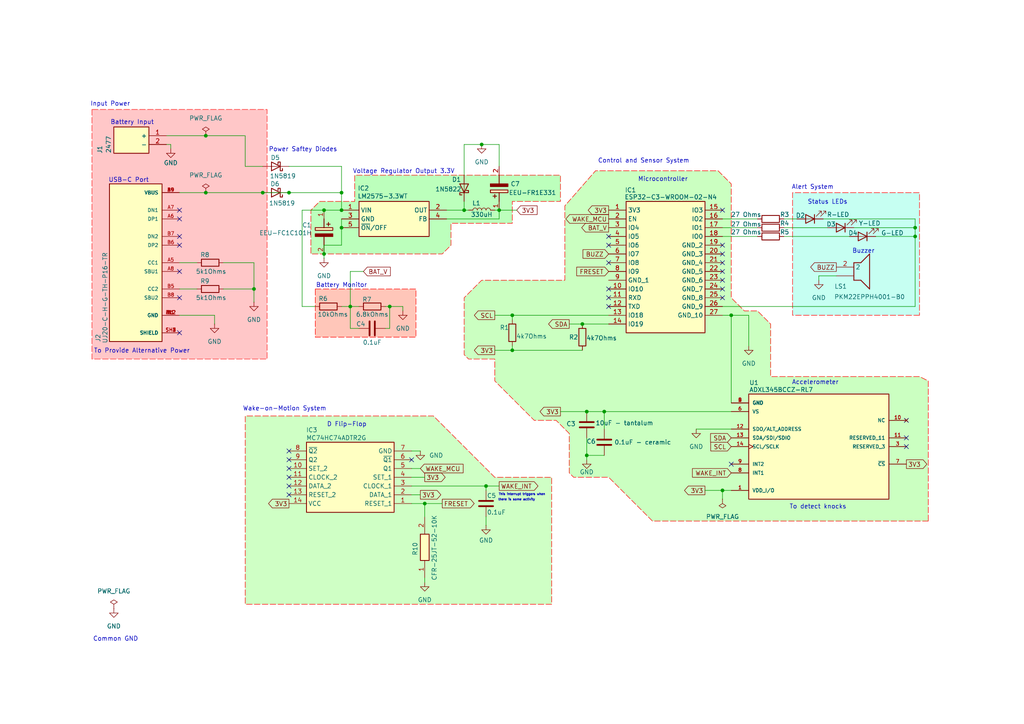
<source format=kicad_sch>
(kicad_sch (version 20250114) (generator "eeschema") (generator_version "9.0")
  (paper "A4")
  (title_block (title "KnockLockSchematic") (date "2025-10-25") (rev "1.1") (company "HSRW") (comment 1 "Group 04"))
  (lib_symbols
    (symbol "ADXL345BCCZ-RL7:ADXL345BCCZ-RL7" (pin_names (offset 1.016))
      (property "Reference" "U1" (at 0 -20.32 0))
      (property "Value" "ADXL345BCCZ-RL7" (at 0 -17.78 0))
      (symbol "ADXL345BCCZ-RL7_0_0"
        (rectangle (start -20.32 15.24) (end 20.32 -15.24) (stroke (width 0.254)) (fill (type background)))
        (pin input line (at -25.4 5.08 0) (length 5.08) (name "~{CS}") (number "7"))
        (pin passive line (at -25.4 0 0) (length 5.08) (name "RESERVED_3") (number "3"))
        (pin passive line (at -25.4 -2.54 0) (length 5.08) (name "RESERVED_11") (number "11"))
        (pin no_connect line (at -25.4 -7.62 0) (length 5.08) (name "NC") (number "10"))
        (pin power_in line (at 25.4 12.7 180) (length 5.08) (name "VDD_I/O") (number "1"))
        (pin output line (at 25.4 7.62 180) (length 5.08) (name "INT1") (number "8"))
        (pin output line (at 25.4 5.08 180) (length 5.08) (name "INT2") (number "9"))
        (pin bidirectional clock (at 25.4 0 180) (length 5.08) (name "SCL/SCLK") (number "14"))
        (pin bidirectional line (at 25.4 -2.54 180) (length 5.08) (name "SDA/SDI/SDIO") (number "13"))
        (pin bidirectional line (at 25.4 -5.08 180) (length 5.08) (name "SDO/ALT_ADDRESS") (number "12"))
        (pin power_in line (at 25.4 -10.16 180) (length 5.08) (name "VS") (number "6"))
        (pin power_in line (at 25.4 -12.7 180) (length 5.08) (name "GND") (number "2"))
        (pin power_in line (at 25.4 -12.7 180) (length 5.08) (name "GND") (number "4"))
        (pin power_in line (at 25.4 -12.7 180) (length 5.08) (name "GND") (number "5"))
      )
    )
    (symbol "Device:C" (pin_numbers (hide yes)) (pin_names (offset 0.254))
      (property "Reference" "C" (at 0.635 2.54 0))
      (property "Value" "C" (at 0.635 -2.54 0))
      (symbol "C_0_1"
        (polyline (pts (xy -2.032 0.762) (xy 2.032 0.762)) (stroke (width 0.508)))
        (polyline (pts (xy -2.032 -0.762) (xy 2.032 -0.762)) (stroke (width 0.508)))
      )
      (symbol "C_1_1"
        (pin passive line (at 0 3.81 270) (length 2.794) (name "~") (number "1"))
        (pin passive line (at 0 -3.81 90) (length 2.794) (name "~") (number "2"))
      )
    )
    (symbol "Device:L" (pin_numbers (hide yes)) (pin_names (offset 1.016) (hide yes))
      (property "Reference" "L" (at -1.27 0 90))
      (property "Value" "L" (at 1.905 0 90))
      (symbol "L_0_1"
        (arc (start 0 2.54) (mid 0.6323 1.905) (end 0 1.27))
        (arc (start 0 1.27) (mid 0.6323 0.635) (end 0 0))
        (arc (start 0 0) (mid 0.6323 -0.635) (end 0 -1.27))
        (arc (start 0 -1.27) (mid 0.6323 -1.905) (end 0 -2.54))
      )
      (symbol "L_1_1"
        (pin passive line (at 0 3.81 270) (length 1.27) (name "1") (number "1"))
        (pin passive line (at 0 -3.81 90) (length 1.27) (name "2") (number "2"))
      )
    )
    (symbol "Device:LED" (pin_numbers (hide yes)) (pin_names (offset 1.016) (hide yes))
      (property "Reference" "D" (at 0 2.54 0))
      (property "Value" "LED" (at 0 -2.54 0))
      (symbol "LED_0_1"
        (polyline (pts (xy -3.048 -0.762) (xy -4.572 -2.286) (xy -3.81 -2.286) (xy -4.572 -2.286) (xy -4.572 -1.524)))
        (polyline (pts (xy -1.778 -0.762) (xy -3.302 -2.286) (xy -2.54 -2.286) (xy -3.302 -2.286) (xy -3.302 -1.524)))
        (polyline (pts (xy -1.27 0) (xy 1.27 0)))
        (polyline (pts (xy -1.27 -1.27) (xy -1.27 1.27)) (stroke (width 0.254)))
        (polyline (pts (xy 1.27 -1.27) (xy 1.27 1.27) (xy -1.27 0) (xy 1.27 -1.27)) (stroke (width 0.254)))
      )
      (symbol "LED_1_1"
        (pin passive line (at -3.81 0 0) (length 2.54) (name "K") (number "1"))
        (pin passive line (at 3.81 0 180) (length 2.54) (name "A") (number "2"))
      )
    )
    (symbol "Device:R" (pin_numbers (hide yes)) (pin_names (offset 0))
      (property "Reference" "R" (at 2.032 0 90))
      (property "Value" "R" (at 0 0 90))
      (symbol "R_0_1"
        (rectangle (start -1.016 -2.54) (end 1.016 2.54) (stroke (width 0.254)))
      )
      (symbol "R_1_1"
        (pin passive line (at 0 3.81 270) (length 1.27) (name "~") (number "1"))
        (pin passive line (at 0 -3.81 90) (length 1.27) (name "~") (number "2"))
      )
    )
    (symbol "Diode:1N5819" (pin_numbers (hide yes)) (pin_names (offset 1.016) (hide yes))
      (property "Reference" "D" (at 0 2.54 0))
      (property "Value" "1N5819" (at 0 -2.54 0))
      (symbol "1N5819_0_1"
        (polyline (pts (xy -1.905 0.635) (xy -1.905 1.27) (xy -1.27 1.27) (xy -1.27 -1.27) (xy -0.635 -1.27) (xy -0.635 -0.635)) (stroke (width 0.254)))
        (polyline (pts (xy 1.27 1.27) (xy 1.27 -1.27) (xy -1.27 0) (xy 1.27 1.27)) (stroke (width 0.254)))
        (polyline (pts (xy 1.27 0) (xy -1.27 0)))
      )
      (symbol "1N5819_1_1"
        (pin passive line (at -3.81 0 0) (length 2.54) (name "K") (number "1"))
        (pin passive line (at 3.81 0 180) (length 2.54) (name "A") (number "2"))
      )
    )
    (symbol "Diode:1N5822" (pin_numbers (hide yes)) (pin_names (offset 1.016) (hide yes))
      (property "Reference" "D" (at 0 2.54 0))
      (property "Value" "1N5822" (at 0 -2.54 0))
      (symbol "1N5822_0_1"
        (polyline (pts (xy -1.905 0.635) (xy -1.905 1.27) (xy -1.27 1.27) (xy -1.27 -1.27) (xy -0.635 -1.27) (xy -0.635 -0.635)) (stroke (width 0.254)))
        (polyline (pts (xy 1.27 1.27) (xy 1.27 -1.27) (xy -1.27 0) (xy 1.27 1.27)) (stroke (width 0.254)))
        (polyline (pts (xy 1.27 0) (xy -1.27 0)))
      )
      (symbol "1N5822_1_1"
        (pin passive line (at -3.81 0 0) (length 2.54) (name "K") (number "1"))
        (pin passive line (at 3.81 0 180) (length 2.54) (name "A") (number "2"))
      )
    )
    (symbol "SamacSys_Parts:2477"
      (property "Reference" "J" (at 16.51 7.62 0))
      (property "Value" "2477" (at 16.51 5.08 0))
      (symbol "2477_1_1"
        (rectangle (start 5.08 2.54) (end 15.24 -5.08) (stroke (width 0.254)) (fill (type background)))
        (pin passive line (at 0 0 0) (length 5.08) (name "-") (number "2"))
        (pin passive line (at 0 -2.54 0) (length 5.08) (name "+") (number "1"))
      )
    )
    (symbol "SamacSys_Parts:CFR-25JT-52-10K" (pin_names (hide yes))
      (property "Reference" "R" (at 13.97 6.35 0))
      (property "Value" "CFR-25JT-52-10K" (at 13.97 3.81 0))
      (symbol "CFR-25JT-52-10K_1_1"
        (rectangle (start 5.08 1.27) (end 12.7 -1.27) (stroke (width 0.254)) (fill (type background)))
        (pin passive line (at 0 0 0) (length 5.08) (name "1") (number "1"))
        (pin passive line (at 17.78 0 180) (length 5.08) (name "2") (number "2"))
      )
    )
    (symbol "SamacSys_Parts:EEU-FC1C101H" (pin_names (hide yes))
      (property "Reference" "C" (at 8.89 6.35 0))
      (property "Value" "EEU-FC1C101H" (at 8.89 3.81 0))
      (symbol "EEU-FC1C101H_1_1"
        (polyline (pts (xy 2.54 0) (xy 5.08 0)) (stroke (width 0.254)))
        (polyline (pts (xy 4.064 1.778) (xy 4.064 0.762)) (stroke (width 0.254)))
        (polyline (pts (xy 4.572 1.27) (xy 3.556 1.27)) (stroke (width 0.254)))
        (rectangle (start 5.08 2.54) (end 5.842 -2.54) (stroke (width 0.254)) (fill (type background)))
        (polyline (pts (xy 7.62 2.54) (xy 7.62 -2.54) (xy 6.858 -2.54) (xy 6.858 2.54) (xy 7.62 2.54)) (stroke (width 0.254)) (fill (type outline)))
        (polyline (pts (xy 7.62 0) (xy 10.16 0)) (stroke (width 0.254)))
        (pin passive line (at 0 0 0) (length 2.54) (name "+") (number "1"))
        (pin passive line (at 12.7 0 180) (length 2.54) (name "-") (number "2"))
      )
    )
    (symbol "SamacSys_Parts:EEU-FR1E331" (pin_names (hide yes))
      (property "Reference" "C" (at 8.89 6.35 0))
      (property "Value" "EEU-FR1E331" (at 8.89 3.81 0))
      (symbol "EEU-FR1E331_1_1"
        (polyline (pts (xy 2.54 0) (xy 5.08 0)) (stroke (width 0.254)))
        (polyline (pts (xy 4.064 1.778) (xy 4.064 0.762)) (stroke (width 0.254)))
        (polyline (pts (xy 4.572 1.27) (xy 3.556 1.27)) (stroke (width 0.254)))
        (rectangle (start 5.08 2.54) (end 5.842 -2.54) (stroke (width 0.254)) (fill (type background)))
        (polyline (pts (xy 7.62 2.54) (xy 7.62 -2.54) (xy 6.858 -2.54) (xy 6.858 2.54) (xy 7.62 2.54)) (stroke (width 0.254)) (fill (type outline)))
        (polyline (pts (xy 7.62 0) (xy 10.16 0)) (stroke (width 0.254)))
        (pin passive line (at 0 0 0) (length 2.54) (name "+") (number "1"))
        (pin passive line (at 12.7 0 180) (length 2.54) (name "-") (number "2"))
      )
    )
    (symbol "SamacSys_Parts:ESP32-C3-WROOM-02-N4"
      (property "Reference" "IC" (at 29.21 7.62 0))
      (property "Value" "ESP32-C3-WROOM-02-N4" (at 29.21 5.08 0))
      (symbol "ESP32-C3-WROOM-02-N4_1_1"
        (rectangle (start 5.08 2.54) (end 27.94 -35.56) (stroke (width 0.254)) (fill (type background)))
        (pin passive line (at 0 0 0) (length 5.08) (name "3V3") (number "1"))
        (pin passive line (at 0 -2.54 0) (length 5.08) (name "EN") (number "2"))
        (pin passive line (at 0 -5.08 0) (length 5.08) (name "IO4") (number "3"))
        (pin passive line (at 0 -7.62 0) (length 5.08) (name "IO5") (number "4"))
        (pin passive line (at 0 -10.16 0) (length 5.08) (name "IO6") (number "5"))
        (pin passive line (at 0 -12.7 0) (length 5.08) (name "IO7") (number "6"))
        (pin passive line (at 0 -15.24 0) (length 5.08) (name "IO8") (number "7"))
        (pin passive line (at 0 -17.78 0) (length 5.08) (name "IO9") (number "8"))
        (pin passive line (at 0 -20.32 0) (length 5.08) (name "GND_1") (number "9"))
        (pin passive line (at 0 -22.86 0) (length 5.08) (name "IO10") (number "10"))
        (pin passive line (at 0 -25.4 0) (length 5.08) (name "RXD") (number "11"))
        (pin passive line (at 0 -27.94 0) (length 5.08) (name "TXD") (number "12"))
        (pin passive line (at 0 -30.48 0) (length 5.08) (name "IO18") (number "13"))
        (pin passive line (at 0 -33.02 0) (length 5.08) (name "IO19") (number "14"))
        (pin passive line (at 33.02 0 180) (length 5.08) (name "IO3") (number "15"))
        (pin passive line (at 33.02 -2.54 180) (length 5.08) (name "IO2") (number "16"))
        (pin passive line (at 33.02 -5.08 180) (length 5.08) (name "IO1") (number "17"))
        (pin passive line (at 33.02 -7.62 180) (length 5.08) (name "IO0") (number "18"))
        (pin passive line (at 33.02 -10.16 180) (length 5.08) (name "GND_2") (number "19"))
        (pin passive line (at 33.02 -12.7 180) (length 5.08) (name "GND_3") (number "20"))
        (pin passive line (at 33.02 -15.24 180) (length 5.08) (name "GND_4") (number "21"))
        (pin passive line (at 33.02 -17.78 180) (length 5.08) (name "GND_5") (number "22"))
        (pin passive line (at 33.02 -20.32 180) (length 5.08) (name "GND_6") (number "23"))
        (pin passive line (at 33.02 -22.86 180) (length 5.08) (name "GND_7") (number "24"))
        (pin passive line (at 33.02 -25.4 180) (length 5.08) (name "GND_8") (number "25"))
        (pin passive line (at 33.02 -27.94 180) (length 5.08) (name "GND_9") (number "26"))
        (pin passive line (at 33.02 -30.48 180) (length 5.08) (name "GND_10") (number "27"))
      )
    )
    (symbol "SamacSys_Parts:LM2575-3.3WT"
      (property "Reference" "IC" (at 26.67 7.62 0))
      (property "Value" "LM2575-3.3WT" (at 26.67 5.08 0))
      (symbol "LM2575-3.3WT_1_1"
        (rectangle (start 5.08 2.54) (end 25.4 -7.62) (stroke (width 0.254)) (fill (type background)))
        (pin passive line (at 0 0 0) (length 5.08) (name "VIN") (number "1"))
        (pin passive line (at 0 -2.54 0) (length 5.08) (name "GND") (number "3"))
        (pin passive line (at 0 -5.08 0) (length 5.08) (name "~{ON}/OFF") (number "5"))
        (pin passive line (at 30.48 0 180) (length 5.08) (name "OUT") (number "2"))
        (pin passive line (at 30.48 -2.54 180) (length 5.08) (name "FB") (number "4"))
      )
    )
    (symbol "SamacSys_Parts:MC74HC74ADTR2G"
      (property "Reference" "IC" (at 31.75 7.62 0))
      (property "Value" "MC74HC74ADTR2G" (at 31.75 5.08 0))
      (symbol "MC74HC74ADTR2G_1_1"
        (rectangle (start 5.08 2.54) (end 30.48 -17.78) (stroke (width 0.254)) (fill (type background)))
        (pin passive line (at 0 0 0) (length 5.08) (name "RESET_1") (number "1"))
        (pin passive line (at 0 -2.54 0) (length 5.08) (name "DATA_1") (number "2"))
        (pin passive line (at 0 -5.08 0) (length 5.08) (name "CLOCK_1") (number "3"))
        (pin passive line (at 0 -7.62 0) (length 5.08) (name "SET_1") (number "4"))
        (pin passive line (at 0 -10.16 0) (length 5.08) (name "Q1") (number "5"))
        (pin passive line (at 0 -12.7 0) (length 5.08) (name "~{Q1}") (number "6"))
        (pin passive line (at 0 -15.24 0) (length 5.08) (name "GND") (number "7"))
        (pin passive line (at 35.56 0 180) (length 5.08) (name "VCC") (number "14"))
        (pin passive line (at 35.56 -2.54 180) (length 5.08) (name "RESET_2") (number "13"))
        (pin passive line (at 35.56 -5.08 180) (length 5.08) (name "DATA_2") (number "12"))
        (pin passive line (at 35.56 -7.62 180) (length 5.08) (name "CLOCK_2") (number "11"))
        (pin passive line (at 35.56 -10.16 180) (length 5.08) (name "SET_2") (number "10"))
        (pin passive line (at 35.56 -12.7 180) (length 5.08) (name "Q2") (number "9"))
        (pin passive line (at 35.56 -15.24 180) (length 5.08) (name "~{Q2}") (number "8"))
      )
    )
    (symbol "SamacSys_Parts:PKM22EPPH4001-B0"
      (property "Reference" "LS" (at 11.43 0 0))
      (property "Value" "PKM22EPPH4001-B0" (at 11.43 -2.54 0))
      (symbol "PKM22EPPH4001-B0_1_1"
        (polyline (pts (xy 5.08 1.27) (xy 5.08 -3.81)) (stroke (width 0.254)))
        (polyline (pts (xy 5.08 1.27) (xy 7.112 1.27)) (stroke (width 0.254)))
        (polyline (pts (xy 7.112 -3.81) (xy 5.08 -3.81)) (stroke (width 0.254)))
        (polyline (pts (xy 7.112 -3.81) (xy 9.652 -6.35)) (stroke (width 0.254)))
        (polyline (pts (xy 9.652 3.81) (xy 7.112 1.27)) (stroke (width 0.254)))
        (polyline (pts (xy 9.652 3.81) (xy 9.652 -6.35)) (stroke (width 0.254)))
        (pin passive line (at 0 0 0) (length 5.08) (name "2") (number "2"))
        (pin passive line (at 0 -2.54 0) (length 5.08) (name "") (number ""))
      )
    )
    (symbol "UJ20-C-H-G-TH-P16-TR:UJ20-C-H-G-TH-P16-TR" (pin_names (offset 1.016))
      (property "Reference" "J" (at -7.62 23.622 0))
      (property "Value" "UJ20-C-H-G-TH-P16-TR" (at -7.62 -23.622 0))
      (symbol "UJ20-C-H-G-TH-P16-TR_0_0"
        (rectangle (start -7.62 -22.86) (end 7.62 22.86) (stroke (width 0.254)) (fill (type background)))
        (pin power_in line (at 12.7 20.32 180) (length 5.08) (name "VBUS") (number "A4"))
        (pin power_in line (at 12.7 20.32 180) (length 5.08) (name "VBUS") (number "A9"))
        (pin power_in line (at 12.7 20.32 180) (length 5.08) (name "VBUS") (number "B4"))
        (pin power_in line (at 12.7 20.32 180) (length 5.08) (name "VBUS") (number "B9"))
        (pin passive line (at 12.7 15.24 180) (length 5.08) (name "DN1") (number "A7"))
        (pin passive line (at 12.7 12.7 180) (length 5.08) (name "DP1") (number "A6"))
        (pin passive line (at 12.7 7.62 180) (length 5.08) (name "DN2") (number "B7"))
        (pin passive line (at 12.7 5.08 180) (length 5.08) (name "DP2") (number "B6"))
        (pin passive line (at 12.7 0 180) (length 5.08) (name "CC1") (number "A5"))
        (pin passive line (at 12.7 -2.54 180) (length 5.08) (name "SBU1") (number "A8"))
        (pin passive line (at 12.7 -7.62 180) (length 5.08) (name "CC2") (number "B5"))
        (pin passive line (at 12.7 -10.16 180) (length 5.08) (name "SBU2") (number "B8"))
        (pin power_in line (at 12.7 -15.24 180) (length 5.08) (name "GND") (number "A1"))
        (pin power_in line (at 12.7 -15.24 180) (length 5.08) (name "GND") (number "A12"))
        (pin power_in line (at 12.7 -15.24 180) (length 5.08) (name "GND") (number "B1"))
        (pin power_in line (at 12.7 -15.24 180) (length 5.08) (name "GND") (number "B12"))
        (pin passive line (at 12.7 -20.32 180) (length 5.08) (name "SHIELD") (number "SH1"))
        (pin passive line (at 12.7 -20.32 180) (length 5.08) (name "SHIELD") (number "SH2"))
        (pin passive line (at 12.7 -20.32 180) (length 5.08) (name "SHIELD") (number "SH3"))
        (pin passive line (at 12.7 -20.32 180) (length 5.08) (name "SHIELD") (number "SH4"))
      )
    )
    (symbol "power:GND" (power) (pin_numbers (hide yes)) (pin_names (offset 0) (hide yes))
      (property "Value" "GND" (at 0 -3.81 0))
      (symbol "GND_0_1"
        (polyline (pts (xy 0 0) (xy 0 -1.27) (xy 1.27 -1.27) (xy 0 -2.54) (xy -1.27 -1.27) (xy 0 -1.27)))
      )
      (symbol "GND_1_1"
        (pin power_in line (at 0 0 270) (length 0) (name "~") (number "1"))
      )
    )
    (symbol "power:PWR_FLAG" (power) (pin_numbers (hide yes)) (pin_names (offset 0) (hide yes))
      (property "Value" "PWR_FLAG" (at 0 3.81 0))
      (symbol "PWR_FLAG_0_0"
        (pin power_out line (at 0 0 90) (length 0) (name "~") (number "1"))
      )
      (symbol "PWR_FLAG_0_1"
        (polyline (pts (xy 0 0) (xy 0 1.27) (xy -1.016 1.905) (xy 0 2.54) (xy 1.016 1.905) (xy 0 1.27)))
      )
    )
  )
  (text "D Flip-Flop\n" (at 100.584 123.19 0) (effects (font (size 1.27 1.27))))
  (text "Voltage Regulator Output 3.3V" (at 117.094 49.784 0) (effects (font (size 1.27 1.27))))
  (text "Power Saftey Diodes" (at 87.884 43.434 0) (effects (font (size 1.27 1.27))))
  (text "there is some activity" (at 149.86 145.034 0) (effects (font (size 0.635 0.635))))
  (text "Battery Input" (at 38.354 35.56 0) (effects (font (size 1.27 1.27))))
  (text "This interrupt triggers when" (at 151.384 143.51 0) (effects (font (size 0.635 0.635))))
  (text "Control and Sensor System" (at 186.69 46.736 0) (effects (font (size 1.27 1.27))))
  (text "To detect knocks" (at 237.236 147.066 0) (effects (font (size 1.27 1.27))))
  (text "Common GND" (at 33.528 185.42 0) (effects (font (size 1.27 1.27))))
  (text "Wake-on-Motion System" (at 82.55 118.618 0) (effects (font (size 1.27 1.27))))
  (text "Buzzer\n" (at 250.444 72.898 0) (effects (font (size 1.27 1.27))))
  (text "Alert System" (at 235.712 54.356 0) (effects (font (size 1.27 1.27))))
  (text "Input Power" (at 32.004 30.226 0) (effects (font (size 1.27 1.27))))
  (text "Microcontroller" (at 192.278 52.07 0) (effects (font (size 1.27 1.27))))
  (text "Accelerometer" (at 236.474 110.998 0) (effects (font (size 1.27 1.27))))
  (text "Battery Monitor" (at 99.06 82.804 0) (effects (font (size 1.27 1.27))))
  (text "Status LEDs" (at 240.03 58.674 0) (effects (font (size 1.27 1.27))))
  (text "To Provide Alternative Power" (at 41.148 101.854 0) (effects (font (size 1.27 1.27))))
  (text "USB-C Port" (at 37.338 52.324 0) (effects (font (size 1.27 1.27))))
  (junction (at 265.43 66.04))
  (junction (at 73.66 83.82))
  (junction (at 175.26 119.38))
  (junction (at 265.43 68.58))
  (junction (at 139.7 41.91))
  (junction (at 140.97 140.97))
  (junction (at 209.55 142.24))
  (junction (at 93.98 60.96))
  (junction (at 123.19 146.05))
  (junction (at 170.18 132.08))
  (junction (at 113.03 88.9))
  (junction (at 168.91 93.98))
  (junction (at 99.06 55.88))
  (junction (at 99.06 60.96))
  (junction (at 101.6 88.9))
  (junction (at 59.69 39.37))
  (junction (at 93.98 73.66))
  (junction (at 83.82 55.88))
  (junction (at 144.78 60.96))
  (junction (at 170.18 119.38))
  (junction (at 134.62 60.96))
  (junction (at 76.2 55.88))
  (junction (at 59.69 55.88))
  (junction (at 99.06 66.04))
  (junction (at 212.09 91.44))
  (junction (at 148.59 91.44))
  (junction (at 148.59 101.6))
  (no_connect (at 176.53 88.9))
  (no_connect (at 176.53 76.2))
  (no_connect (at 176.53 86.36))
  (no_connect (at 83.82 138.43))
  (no_connect (at 52.07 71.12))
  (no_connect (at 209.55 71.12))
  (no_connect (at 176.53 71.12))
  (no_connect (at 52.07 86.36))
  (no_connect (at 209.55 83.82))
  (no_connect (at 52.07 60.96))
  (no_connect (at 262.89 127))
  (no_connect (at 176.53 68.58))
  (no_connect (at 52.07 96.52))
  (no_connect (at 176.53 83.82))
  (no_connect (at 209.55 76.2))
  (no_connect (at 52.07 63.5))
  (no_connect (at 209.55 60.96))
  (no_connect (at 209.55 86.36))
  (no_connect (at 262.89 121.92))
  (no_connect (at 209.55 78.74))
  (no_connect (at 83.82 130.81))
  (no_connect (at 209.55 73.66))
  (no_connect (at 52.07 68.58))
  (no_connect (at 209.55 81.28))
  (no_connect (at 83.82 135.89))
  (no_connect (at 83.82 140.97))
  (no_connect (at 52.07 78.74))
  (no_connect (at 212.09 134.62))
  (no_connect (at 262.89 129.54))
  (no_connect (at 83.82 143.51))
  (no_connect (at 83.82 133.35))
  (no_connect (at 119.38 133.35))
  (wire (pts (xy 52.07 76.2) (xy 57.15 76.2)))
  (wire (pts (xy 227.33 63.5) (xy 231.14 63.5)))
  (wire (pts (xy 49.53 41.91) (xy 49.53 43.18)))
  (wire (pts (xy 73.66 76.2) (xy 73.66 83.82)))
  (wire (pts (xy 119.38 135.89) (xy 121.92 135.89)))
  (wire (pts (xy 99.06 71.12) (xy 99.06 66.04)))
  (wire (pts (xy 111.76 95.25) (xy 113.03 95.25)))
  (wire (pts (xy 73.66 83.82) (xy 64.77 83.82)))
  (wire (pts (xy 134.62 41.91) (xy 139.7 41.91)))
  (wire (pts (xy 83.82 48.26) (xy 99.06 48.26)))
  (wire (pts (xy 143.51 91.44) (xy 148.59 91.44)))
  (wire (pts (xy 52.07 91.44) (xy 62.23 91.44)))
  (wire (pts (xy 175.26 132.08) (xy 170.18 132.08)))
  (wire (pts (xy 140.97 152.4) (xy 140.97 149.86)))
  (wire (pts (xy 99.06 60.96) (xy 93.98 60.96)))
  (wire (pts (xy 209.55 68.58) (xy 219.71 68.58)))
  (wire (pts (xy 148.59 100.33) (xy 148.59 101.6)))
  (wire (pts (xy 76.2 55.88) (xy 83.82 55.88)))
  (wire (pts (xy 71.12 48.26) (xy 76.2 48.26)))
  (wire (pts (xy 165.1 93.98) (xy 168.91 93.98)))
  (wire (pts (xy 99.06 71.12) (xy 93.98 71.12)))
  (wire (pts (xy 119.38 146.05) (xy 123.19 146.05)))
  (wire (pts (xy 144.78 60.96) (xy 144.78 63.5)))
  (wire (pts (xy 87.63 60.96) (xy 93.98 60.96)))
  (wire (pts (xy 140.97 140.97) (xy 140.97 142.24)))
  (wire (pts (xy 170.18 133.35) (xy 170.18 132.08)))
  (wire (pts (xy 148.59 92.71) (xy 148.59 91.44)))
  (wire (pts (xy 64.77 76.2) (xy 73.66 76.2)))
  (wire (pts (xy 254 68.58) (xy 265.43 68.58)))
  (wire (pts (xy 129.54 63.5) (xy 144.78 63.5)))
  (wire (pts (xy 170.18 119.38) (xy 175.26 119.38)))
  (wire (pts (xy 217.17 91.44) (xy 217.17 100.33)))
  (wire (pts (xy 52.07 83.82) (xy 57.15 83.82)))
  (wire (pts (xy 111.76 88.9) (xy 113.03 88.9)))
  (wire (pts (xy 99.06 48.26) (xy 99.06 55.88)))
  (wire (pts (xy 168.91 93.98) (xy 176.53 93.98)))
  (wire (pts (xy 144.78 60.96) (xy 149.86 60.96)))
  (wire (pts (xy 148.59 101.6) (xy 143.51 101.6)))
  (wire (pts (xy 134.62 58.42) (xy 134.62 60.96)))
  (wire (pts (xy 238.76 63.5) (xy 265.43 63.5)))
  (wire (pts (xy 148.59 91.44) (xy 176.53 91.44)))
  (wire (pts (xy 105.41 78.74) (xy 101.6 78.74)))
  (wire (pts (xy 175.26 124.46) (xy 175.26 119.38)))
  (wire (pts (xy 59.69 55.88) (xy 76.2 55.88)))
  (wire (pts (xy 134.62 41.91) (xy 134.62 50.8)))
  (wire (pts (xy 209.55 142.24) (xy 212.09 142.24)))
  (wire (pts (xy 99.06 88.9) (xy 101.6 88.9)))
  (wire (pts (xy 123.19 138.43) (xy 119.38 138.43)))
  (wire (pts (xy 71.12 39.37) (xy 71.12 48.26)))
  (wire (pts (xy 93.98 71.12) (xy 93.98 73.66)))
  (wire (pts (xy 139.7 41.91) (xy 144.78 41.91)))
  (wire (pts (xy 204.47 142.24) (xy 209.55 142.24)))
  (wire (pts (xy 73.66 87.63) (xy 73.66 83.82)))
  (wire (pts (xy 119.38 143.51) (xy 121.92 143.51)))
  (wire (pts (xy 119.38 140.97) (xy 140.97 140.97)))
  (wire (pts (xy 135.89 60.96) (xy 134.62 60.96)))
  (wire (pts (xy 101.6 78.74) (xy 101.6 88.9)))
  (wire (pts (xy 101.6 95.25) (xy 101.6 88.9)))
  (wire (pts (xy 87.63 88.9) (xy 91.44 88.9)))
  (wire (pts (xy 101.6 88.9) (xy 104.14 88.9)))
  (wire (pts (xy 116.84 88.9) (xy 116.84 90.17)))
  (wire (pts (xy 247.65 66.04) (xy 265.43 66.04)))
  (wire (pts (xy 87.63 60.96) (xy 87.63 88.9)))
  (wire (pts (xy 123.19 167.64) (xy 123.19 168.91)))
  (wire (pts (xy 144.78 41.91) (xy 144.78 48.26)))
  (wire (pts (xy 104.14 95.25) (xy 101.6 95.25)))
  (wire (pts (xy 209.55 88.9) (xy 265.43 88.9)))
  (wire (pts (xy 265.43 66.04) (xy 265.43 68.58)))
  (wire (pts (xy 93.98 73.66) (xy 93.98 74.93)))
  (wire (pts (xy 123.19 146.05) (xy 128.27 146.05)))
  (wire (pts (xy 113.03 88.9) (xy 116.84 88.9)))
  (wire (pts (xy 242.57 80.01) (xy 237.49 80.01)))
  (wire (pts (xy 83.82 55.88) (xy 99.06 55.88)))
  (wire (pts (xy 175.26 119.38) (xy 212.09 119.38)))
  (wire (pts (xy 148.59 101.6) (xy 168.91 101.6)))
  (wire (pts (xy 113.03 95.25) (xy 113.03 88.9)))
  (wire (pts (xy 217.17 91.44) (xy 212.09 91.44)))
  (wire (pts (xy 62.23 91.44) (xy 62.23 93.98)))
  (wire (pts (xy 144.78 60.96) (xy 143.51 60.96)))
  (wire (pts (xy 201.93 124.46) (xy 212.09 124.46)))
  (wire (pts (xy 209.55 63.5) (xy 219.71 63.5)))
  (wire (pts (xy 49.53 41.91) (xy 48.26 41.91)))
  (wire (pts (xy 99.06 55.88) (xy 99.06 60.96)))
  (wire (pts (xy 227.33 66.04) (xy 240.03 66.04)))
  (wire (pts (xy 237.49 80.01) (xy 237.49 81.28)))
  (wire (pts (xy 265.43 68.58) (xy 265.43 88.9)))
  (wire (pts (xy 59.69 39.37) (xy 71.12 39.37)))
  (wire (pts (xy 121.92 130.81) (xy 119.38 130.81)))
  (wire (pts (xy 170.18 127) (xy 170.18 132.08)))
  (wire (pts (xy 99.06 63.5) (xy 99.06 66.04)))
  (wire (pts (xy 59.69 55.88) (xy 52.07 55.88)))
  (wire (pts (xy 140.97 140.97) (xy 144.78 140.97)))
  (wire (pts (xy 212.09 91.44) (xy 212.09 116.84)))
  (wire (pts (xy 209.55 142.24) (xy 209.55 144.78)))
  (wire (pts (xy 129.54 60.96) (xy 134.62 60.96)))
  (wire (pts (xy 209.55 66.04) (xy 219.71 66.04)))
  (wire (pts (xy 265.43 63.5) (xy 265.43 66.04)))
  (wire (pts (xy 123.19 149.86) (xy 123.19 146.05)))
  (wire (pts (xy 162.56 119.38) (xy 170.18 119.38)))
  (wire (pts (xy 209.55 91.44) (xy 212.09 91.44)))
  (wire (pts (xy 227.33 68.58) (xy 246.38 68.58)))
  (wire (pts (xy 48.26 39.37) (xy 59.69 39.37)))
  (global_label "WAKE_MCU" (shape input) (at 121.92 135.89 0) (property "Intersheetrefs" "${INTERSHEET_REFS}" (effects (hide yes))))
  (global_label "3V3" (shape input) (at 149.86 60.96 0) (property "Intersheetrefs" "${INTERSHEET_REFS}" (effects (hide yes))))
  (global_label "3V3" (shape output) (at 143.51 101.6 180) (property "Intersheetrefs" "${INTERSHEET_REFS}" (effects (hide yes))))
  (global_label "BAT_V" (shape output) (at 176.53 66.04 180) (property "Intersheetrefs" "${INTERSHEET_REFS}" (effects (hide yes))))
  (global_label "3V3" (shape output) (at 83.82 146.05 180) (property "Intersheetrefs" "${INTERSHEET_REFS}" (effects (hide yes))))
  (global_label "SCL" (shape input) (at 212.09 129.54 180) (property "Intersheetrefs" "${INTERSHEET_REFS}" (effects (hide yes))))
  (global_label "WAKE_INT" (shape input) (at 212.09 137.16 180) (property "Intersheetrefs" "${INTERSHEET_REFS}" (effects (hide yes))))
  (global_label "3V3" (shape output) (at 121.92 143.51 0) (property "Intersheetrefs" "${INTERSHEET_REFS}" (effects (hide yes))))
  (global_label "WAKE_INT" (shape output) (at 144.78 140.97 0) (property "Intersheetrefs" "${INTERSHEET_REFS}" (effects (hide yes))))
  (global_label "SDA" (shape output) (at 165.1 93.98 180) (property "Intersheetrefs" "${INTERSHEET_REFS}" (effects (hide yes))))
  (global_label "3V3" (shape output) (at 204.47 142.24 180) (property "Intersheetrefs" "${INTERSHEET_REFS}" (effects (hide yes))))
  (global_label "FRESET" (shape input) (at 176.53 78.74 180) (property "Intersheetrefs" "${INTERSHEET_REFS}" (effects (hide yes))))
  (global_label "FRESET" (shape output) (at 128.27 146.05 0) (property "Intersheetrefs" "${INTERSHEET_REFS}" (effects (hide yes))))
  (global_label "3V3" (shape output) (at 262.89 134.62 0) (property "Intersheetrefs" "${INTERSHEET_REFS}" (effects (hide yes))))
  (global_label "3V3" (shape output) (at 162.56 119.38 180) (property "Intersheetrefs" "${INTERSHEET_REFS}" (effects (hide yes))))
  (global_label "3V3" (shape output) (at 123.19 138.43 0) (property "Intersheetrefs" "${INTERSHEET_REFS}" (effects (hide yes))))
  (global_label "3V3" (shape output) (at 176.53 60.96 180) (property "Intersheetrefs" "${INTERSHEET_REFS}" (effects (hide yes))))
  (global_label "SDA" (shape input) (at 212.09 127 180) (property "Intersheetrefs" "${INTERSHEET_REFS}" (effects (hide yes))))
  (global_label "BUZZ" (shape output) (at 242.57 77.47 180) (property "Intersheetrefs" "${INTERSHEET_REFS}" (effects (hide yes))))
  (global_label "BAT_V" (shape input) (at 105.41 78.74 0) (property "Intersheetrefs" "${INTERSHEET_REFS}" (effects (hide yes))))
  (global_label "WAKE_MCU" (shape output) (at 176.53 63.5 180) (property "Intersheetrefs" "${INTERSHEET_REFS}" (effects (hide yes))))
  (global_label "SCL" (shape output) (at 143.51 91.44 180) (property "Intersheetrefs" "${INTERSHEET_REFS}" (effects (hide yes))))
  (global_label "BUZZ" (shape input) (at 176.53 73.66 180) (property "Intersheetrefs" "${INTERSHEET_REFS}" (effects (hide yes))))
  (rule_area (polyline (pts (xy 26.67 31.75) (xy 26.67 104.14) (xy 77.47 104.14) (xy 77.47 31.75)) (stroke (width 0) (type dash) (color 255 29 29 1)) (fill (type color) (color 255 68 70 0.3))))
  (rule_area (polyline (pts (xy 160.02 175.26) (xy 71.12 175.26) (xy 71.12 120.65) (xy 125.73 120.65) (xy 143.51 138.43) (xy 160.02 138.43)) (stroke (width 0) (type dash)) (fill (type color) (color 95 255 61 0.3))))
  (rule_area (polyline (pts (xy 91.44 83.82) (xy 120.65 83.82) (xy 120.65 97.79) (xy 91.44 97.79)) (stroke (width 0) (type dash)) (fill (type color) (color 255 65 21 0.3))))
  (rule_area (polyline (pts (xy 269.24 151.13) (xy 189.23 151.13) (xy 176.53 138.43) (xy 166.37 138.43) (xy 165.1 137.16) (xy 165.1 125.73) (xy 161.29 121.92) (xy 154.94 121.92) (xy 143.51 110.49) (xy 143.51 104.14) (xy 135.89 104.14) (xy 134.62 102.87) (xy 134.62 86.36) (xy 139.7 81.28) (xy 163.83 81.28) (xy 163.83 60.96) (xy 163.83 59.69) (xy 172.72 49.53) (xy 208.28 49.53) (xy 212.09 53.34) (xy 212.09 86.36) (xy 215.9 90.17) (xy 219.71 90.17) (xy 223.52 93.98) (xy 223.52 109.22) (xy 265.43 109.22) (xy 266.7 109.22) (xy 269.24 110.49)) (stroke (width 0) (type dash)) (fill (type color) (color 82 255 48 0.3))))
  (rule_area (polyline (pts (xy 92.71 58.42) (xy 102.87 58.42) (xy 102.87 50.8) (xy 162.56 50.8) (xy 162.56 58.42) (xy 148.59 58.42) (xy 148.59 64.77) (xy 130.81 64.77) (xy 130.81 71.12) (xy 128.27 73.66) (xy 90.17 73.66) (xy 90.17 60.96)) (stroke (width 0) (type dash)) (fill (type color) (color 32 255 32 0.3))))
  (rule_area (polyline (pts (xy 266.7 91.44) (xy 229.87 91.44) (xy 229.87 55.88) (xy 266.7 55.88)) (stroke (width 0) (type dash)) (fill (type color) (color 66 255 212 0.3))))
  (symbol (lib_id "SamacSys_Parts:EEU-FC1C101H") (at 93.98 60.96 270) (unit 1)
    (property "Reference" "C1" (at 87.63 65.278 90) (effects (justify left)))
    (property "Value" "EEU-FC1C101H" (at 75.184 67.564 90) (effects (justify left)))
    (property "Footprint" "SamacSys_Parts:CAPPRD250W55D630H1220" (effects (hide yes)))
    (property "Datasheet" "http://industrial.panasonic.com/cdbs/www-data/pdf/RDF0000/ABA0000C1209.pdf" (effects (hide yes)))
    (property "Description" "Aluminium Electrolytic Capacitor, Radial Lead, AEC-Q200, 105?C" (effects (hide yes)))
    (property "Height" "12.2" (effects (hide yes)))
    (property "Mouser Part Number" "667-EEU-FC1C101H" (effects (hide yes)))
    (property "Mouser Price/Stock" "https://www.mouser.co.uk/ProductDetail/Panasonic/EEU-FC1C101H?qs=%2FC1U95aQ15szP%252BXx0reJVg%3D%3D" (effects (hide yes)))
    (property "Manufacturer_Name" "Panasonic" (effects (hide yes)))
    (property "Manufacturer_Part_Number" "EEU-FC1C101H" (effects (hide yes)))
  )
  (symbol (lib_id "Device:C") (at 175.26 128.27 180) (unit 1)
    (property "Reference" "C6" (at 171.45 128.016 0))
    (property "Value" "0.1uF - ceramic" (at 186.436 128.27 0))
    (property "Description" "Unpolarized capacitor" (effects (hide yes)))
  )
  (symbol (lib_id "SamacSys_Parts:CFR-25JT-52-10K") (at 123.19 167.64 90) (unit 1)
    (property "Reference" "R10" (at 120.396 157.226 0) (effects (justify right)))
    (property "Value" "CFR-25JT-52-10K" (at 125.984 149.352 0) (effects (justify right)))
    (property "Footprint" "SamacSys_Parts:RESAD1590W60L630D240" (effects (hide yes)))
    (property "Datasheet" "https://www.yageo.com/upload/media/product/productsearch/datasheet/lr/YAGEO%20CFR_datasheet_2021v0.pdf" (effects (hide yes)))
    (property "Description" "Carbon Film Resistors - Through Hole 10 kOhms 250 mW 5% -350/ +500 PPM / C" (effects (hide yes)))
    (property "Mouser Part Number" "603-CFR-25JT-52-10K" (effects (hide yes)))
    (property "Mouser Price/Stock" "https://www.mouser.co.uk/ProductDetail/YAGEO/CFR-25JT-52-10K?qs=sxZXDnvRBEh6BTlAYl6hWg%3D%3D" (effects (hide yes)))
    (property "Manufacturer_Name" "YAGEO" (effects (hide yes)))
    (property "Manufacturer_Part_Number" "CFR-25JT-52-10K" (effects (hide yes)))
  )
  (symbol (lib_id "power:GND") (at 123.19 168.91 0) (unit 1)
    (property "Reference" "#PWR010" (effects (hide yes)))
    (property "Value" "GND" (at 123.19 173.99 0))
    (property "Description" "Power symbol creates a global label with name \"GND\" , ground" (effects (hide yes)))
  )
  (symbol (lib_id "Device:R") (at 223.52 68.58 90) (unit 1)
    (property "Reference" "R5" (at 227.584 67.31 90))
    (property "Value" "27 Ohms" (at 216.408 67.31 90))
    (property "Footprint" "SamacSys_Parts:RESAD1590W60L630D240" (effects (hide yes)))
    (property "Description" "Resistor" (effects (hide yes)))
  )
  (symbol (lib_id "SamacSys_Parts:MC74HC74ADTR2G") (at 119.38 146.05 180) (unit 1)
    (property "Reference" "IC3" (at 90.424 124.714 0))
    (property "Value" "MC74HC74ADTR2G" (at 97.536 127 0))
    (property "Footprint" "SamacSys_Parts:SOP65P640X120-14N" (effects (hide yes)))
    (property "Datasheet" "https://www.onsemi.com/pub/Collateral/MC74HC74A-D.PDF" (effects (hide yes)))
    (property "Description" "Operating Voltage Range: 2.0 to 6.0 V; Output Drive Capability: 10 LSTTL Loads; In Compliance with the Requirements Defined by JEDEC Standard No. 7A; High Noise Immunity Characteristic of CMOS Devices; Chip Complexity: 128 FETs or 32 Equivalent Gates; Outputs Directly Interface to CMOS, NMOS, and TTL; Low Input Current: 1.0 mA; Pb-Free Packages are Available" (effects (hide yes)))
    (property "Height" "1.2" (effects (hide yes)))
    (property "Mouser Part Number" "863-MC74HC74ADTR2G" (effects (hide yes)))
    (property "Mouser Price/Stock" "https://www.mouser.co.uk/ProductDetail/onsemi/MC74HC74ADTR2G?qs=qg33o%252B8vzFpElZhsrDIJOg%3D%3D" (effects (hide yes)))
    (property "Manufacturer_Name" "onsemi" (effects (hide yes)))
    (property "Manufacturer_Part_Number" "MC74HC74ADTR2G" (effects (hide yes)))
  )
  (symbol (lib_id "power:GND") (at 116.84 90.17 0) (unit 1)
    (property "Reference" "#PWR07" (effects (hide yes)))
    (property "Value" "GND" (at 116.84 95.25 0))
    (property "Description" "Power symbol creates a global label with name \"GND\" , ground" (effects (hide yes)))
  )
  (symbol (lib_id "Device:LED") (at 234.95 63.5 180) (unit 1)
    (property "Reference" "D2" (at 232.156 62.484 0))
    (property "Value" "R-LED" (at 243.078 62.23 0))
    (property "Description" "Light emitting diode" (effects (hide yes)))
    (property "Sim.Pins" "1=K 2=A" (effects (hide yes)))
  )
  (symbol (lib_id "Device:C") (at 140.97 146.05 0) (unit 1)
    (property "Reference" "C5" (at 141.224 143.764 0) (effects (justify left)))
    (property "Value" "0.1uF" (at 141.224 148.59 0) (effects (justify left)))
    (property "Description" "Unpolarized capacitor" (effects (hide yes)))
  )
  (symbol (lib_id "Device:LED") (at 243.84 66.04 180) (unit 1)
    (property "Reference" "D3" (at 241.046 65.024 0))
    (property "Value" "Y-LED" (at 252.222 64.77 0))
    (property "Description" "Light emitting diode" (effects (hide yes)))
    (property "Sim.Pins" "1=K 2=A" (effects (hide yes)))
  )
  (symbol (lib_id "power:GND") (at 33.02 176.53 0) (unit 1)
    (property "Reference" "#PWR02" (effects (hide yes)))
    (property "Value" "GND" (at 33.02 181.61 0))
    (property "Description" "Power symbol creates a global label with name \"GND\" , ground" (effects (hide yes)))
  )
  (symbol (lib_id "SamacSys_Parts:PKM22EPPH4001-B0") (at 242.57 77.47 0) (unit 1)
    (property "Reference" "LS1" (at 243.84 83.058 0))
    (property "Value" "PKM22EPPH4001-B0" (at 252.222 86.106 0))
    (property "Footprint" "SamacSys_Parts:PKM22EPPH4001B0" (effects (hide yes)))
    (property "Datasheet" "https://www.murata.com/products/productdata/8801054064670/SPEC-PKM22EPPH4001-B0.pdf?1517839211000" (effects (hide yes)))
    (property "Description" "Buzzers Transducer, Externally Driven Piezo 1.5 V 4kHz 75dB @ 1.5V, 10cm Through Hole PC Pins" (effects (hide yes)))
    (property "Height" "10.7" (effects (hide yes)))
    (property "Mouser Part Number" "81-PKM22EPPH4001-B0" (effects (hide yes)))
    (property "Mouser Price/Stock" "https://www.mouser.co.uk/ProductDetail/Murata-Electronics/PKM22EPPH4001-B0?qs=flZjIlU0hx2Fke4m2iZ9MA%3D%3D" (effects (hide yes)))
    (property "Manufacturer_Name" "Murata Electronics" (effects (hide yes)))
    (property "Manufacturer_Part_Number" "PKM22EPPH4001-B0" (effects (hide yes)))
  )
  (symbol (lib_id "Device:C") (at 170.18 123.19 180) (unit 1)
    (property "Reference" "C3" (at 165.608 122.936 0))
    (property "Value" "10uF - tantalum" (at 181.102 122.682 0))
    (property "Description" "Unpolarized capacitor" (effects (hide yes)))
  )
  (symbol (lib_id "power:GND") (at 73.66 87.63 0) (unit 1)
    (property "Reference" "#PWR011" (effects (hide yes)))
    (property "Value" "GND" (at 73.66 92.71 0))
    (property "Description" "Power symbol creates a global label with name \"GND\" , ground" (effects (hide yes)))
  )
  (symbol (lib_id "Diode:1N5819") (at 80.01 55.88 180) (unit 1)
    (property "Reference" "D6" (at 79.756 53.34 0))
    (property "Value" "1N5819" (at 81.788 58.928 0))
    (property "Footprint" "Diode_THT:D_DO-41_SOD81_P10.16mm_Horizontal" (effects (hide yes)))
    (property "Datasheet" "http://www.vishay.com/docs/88525/1n5817.pdf" (effects (hide yes)))
    (property "Description" "40V 1A Schottky Barrier Rectifier Diode, DO-41" (effects (hide yes)))
  )
  (symbol (lib_id "Device:R") (at 95.25 88.9 90) (unit 1)
    (property "Reference" "R6" (at 93.726 86.614 90))
    (property "Value" "10kOhms" (at 96.52 91.186 90))
    (property "Footprint" "SamacSys_Parts:RESAD1590W60L630D240" (effects (hide yes)))
    (property "Description" "Resistor" (effects (hide yes)))
  )
  (symbol (lib_id "Device:R") (at 148.59 96.52 180) (unit 1)
    (property "Reference" "R1" (at 146.304 94.996 0))
    (property "Value" "4k7Ohms" (at 154.178 97.536 0))
    (property "Footprint" "SamacSys_Parts:RESAD1590W60L630D240" (effects (hide yes)))
    (property "Description" "Resistor" (effects (hide yes)))
  )
  (symbol (lib_id "Device:R") (at 107.95 88.9 90) (unit 1)
    (property "Reference" "R7" (at 106.426 86.868 90))
    (property "Value" "6.8kOhms" (at 107.95 91.186 90))
    (property "Footprint" "SamacSys_Parts:RESAD1590W60L630D240" (effects (hide yes)))
    (property "Description" "Resistor" (effects (hide yes)))
  )
  (symbol (lib_id "SamacSys_Parts:LM2575-3.3WT") (at 99.06 60.96 0) (unit 1)
    (property "Reference" "IC2" (at 105.41 54.61 0))
    (property "Value" "LM2575-3.3WT" (at 110.998 56.896 0))
    (property "Footprint" "SamacSys_Parts:LM257533WT" (effects (hide yes)))
    (property "Datasheet" "https://ww1.microchip.com/downloads/en/DeviceDoc/lm2575.pdf" (effects (hide yes)))
    (property "Description" "Switching Voltage Regulators 1A Step-Down SMPS Regulator" (effects (hide yes)))
    (property "Height" "15.113" (effects (hide yes)))
    (property "Mouser Part Number" "998-LM2575-3.3WT" (effects (hide yes)))
    (property "Mouser Price/Stock" "https://www.mouser.co.uk/ProductDetail/Microchip-Technology/LM2575-3.3WT?qs=kh6iOki%2FeLFAZSEMjMNbiQ%3D%3D" (effects (hide yes)))
    (property "Manufacturer_Name" "Microchip" (effects (hide yes)))
    (property "Manufacturer_Part_Number" "LM2575-3.3WT" (effects (hide yes)))
  )
  (symbol (lib_id "SamacSys_Parts:2477") (at 48.26 41.91 180) (unit 1)
    (property "Reference" "J1" (at 28.956 42.164 90) (effects (justify left)))
    (property "Value" "2477" (at 31.496 39.37 90) (effects (justify left)))
    (property "Footprint" "SamacSys_Parts:2477" (effects (hide yes)))
    (property "Datasheet" "https://www.keyelco.com/product-pdf.cfm?p=1039" (effects (hide yes)))
    (property "Description" "Cylindrical Battery Contacts, Clips, Holders & Springs 4AA PLASTIC HOLDER" (effects (hide yes)))
    (property "Height" "17.01" (effects (hide yes)))
    (property "Mouser Part Number" "534-2477" (effects (hide yes)))
    (property "Mouser Price/Stock" "https://www.mouser.co.uk/ProductDetail/Keystone-Electronics/2477?qs=Q3RoVmURDolEbXnNenQutg%3D%3D" (effects (hide yes)))
    (property "Manufacturer_Name" "Keystone Electronics" (effects (hide yes)))
    (property "Manufacturer_Part_Number" "2477" (effects (hide yes)))
  )
  (symbol (lib_id "power:GND") (at 217.17 100.33 0) (unit 1)
    (property "Reference" "#PWR014" (effects (hide yes)))
    (property "Value" "GND" (at 217.17 105.41 0))
    (property "Description" "Power symbol creates a global label with name \"GND\" , ground" (effects (hide yes)))
  )
  (symbol (lib_id "power:GND") (at 49.53 43.18 0) (unit 1)
    (property "Reference" "#PWR01" (effects (hide yes)))
    (property "Value" "GND" (at 49.53 47.244 0))
    (property "Description" "Power symbol creates a global label with name \"GND\" , ground" (effects (hide yes)))
  )
  (symbol (lib_id "Diode:1N5822") (at 134.62 54.61 90) (unit 1)
    (property "Reference" "D1" (at 131.064 52.07 90) (effects (justify right)))
    (property "Value" "1N5822" (at 126.238 54.864 90) (effects (justify right)))
    (property "Footprint" "Diode_THT:D_DO-201AD_P15.24mm_Horizontal" (effects (hide yes)))
    (property "Datasheet" "http://www.vishay.com/docs/88526/1n5820.pdf" (effects (hide yes)))
    (property "Description" "40V 3A Schottky Barrier Rectifier Diode, DO-201AD" (effects (hide yes)))
  )
  (symbol (lib_id "power:GND") (at 93.98 74.93 0) (unit 1)
    (property "Reference" "#PWR04" (effects (hide yes)))
    (property "Value" "GND" (at 93.98 80.01 0))
    (property "Description" "Power symbol creates a global label with name \"GND\" , ground" (effects (hide yes)))
  )
  (symbol (lib_id "ADXL345BCCZ-RL7:ADXL345BCCZ-RL7") (at 237.49 129.54 180) (unit 1)
    (property "Reference" "U1" (at 218.694 110.998 0))
    (property "Value" "ADXL345BCCZ-RL7" (at 226.568 113.03 0))
    (property "Footprint" "ADXL345BCCZ-RL7:PQFN80P500X300X100-14N" (effects (hide yes)))
    (property "MF" "Analog Devices" (effects (hide yes)))
    (property "SNAPEDA_PACKAGE_ID" "105924" (effects (hide yes)))
    (property "MAXIMUM_PACKAGE_HEIGHT" "1 mm" (effects (hide yes)))
    (property "Price" "None" (effects (hide yes)))
    (property "Package" "LGA -14 Analog Devices" (effects (hide yes)))
    (property "Check_prices" "https://www.snapeda.com/parts/ADXL345BCCZ-RL7/Analog+Devices/view-part/?ref=eda" (effects (hide yes)))
    (property "STANDARD" "IPC 7351B" (effects (hide yes)))
    (property "PARTREV" "B" (effects (hide yes)))
    (property "SnapEDA_Link" "https://www.snapeda.com/parts/ADXL345BCCZ-RL7/Analog+Devices/view-part/?ref=snap" (effects (hide yes)))
    (property "MP" "ADXL345BCCZ-RL7" (effects (hide yes)))
    (property "Description_1" "3-Axis, ±2 g/±4 g/±8 g/±16 g Digital Accelerometer" (effects (hide yes)))
    (property "MANUFACTURER" "Analog Devices" (effects (hide yes)))
    (property "Availability" "In Stock" (effects (hide yes)))
    (property "SNAPEDA_PN" "ADXL345BCCZ-RL7" (effects (hide yes)))
  )
  (symbol (lib_id "power:PWR_FLAG") (at 59.69 55.88 0) (unit 1)
    (property "Reference" "#FLG02" (effects (hide yes)))
    (property "Value" "PWR_FLAG" (at 59.69 50.8 0))
    (property "Description" "Special symbol for telling ERC where power comes from" (effects (hide yes)))
  )
  (symbol (lib_id "Device:R") (at 168.91 97.79 180) (unit 1)
    (property "Reference" "R2" (at 166.37 97.79 0))
    (property "Value" "4k7Ohms" (at 174.498 98.044 0))
    (property "Footprint" "SamacSys_Parts:RESAD1590W60L630D240" (effects (hide yes)))
    (property "Description" "Resistor" (effects (hide yes)))
  )
  (symbol (lib_id "Device:R") (at 60.96 76.2 90) (unit 1)
    (property "Reference" "R8" (at 59.436 73.914 90))
    (property "Value" "5k1Ohms" (at 61.214 78.74 90))
    (property "Description" "Resistor" (effects (hide yes)))
  )
  (symbol (lib_id "power:PWR_FLAG") (at 209.55 144.78 180) (unit 1)
    (property "Reference" "#FLG01" (effects (hide yes)))
    (property "Value" "PWR_FLAG" (at 209.55 149.86 0))
    (property "Description" "Special symbol for telling ERC where power comes from" (effects (hide yes)))
  )
  (symbol (lib_id "power:GND") (at 170.18 133.35 0) (unit 1)
    (property "Reference" "#PWR05" (effects (hide yes)))
    (property "Value" "GND" (at 172.212 136.906 0) (effects (justify right)))
    (property "Description" "Power symbol creates a global label with name \"GND\" , ground" (effects (hide yes)))
  )
  (symbol (lib_id "Device:C") (at 107.95 95.25 90) (unit 1)
    (property "Reference" "C4" (at 104.648 93.98 90))
    (property "Value" "0.1uF" (at 107.95 99.314 90))
    (property "Description" "Unpolarized capacitor" (effects (hide yes)))
  )
  (symbol (lib_id "power:GND") (at 201.93 124.46 0) (unit 1)
    (property "Reference" "#PWR06" (effects (hide yes)))
    (property "Value" "GND" (at 201.93 129.54 0))
    (property "Description" "Power symbol creates a global label with name \"GND\" , ground" (effects (hide yes)))
  )
  (symbol (lib_id "UJ20-C-H-G-TH-P16-TR:UJ20-C-H-G-TH-P16-TR") (at 39.37 76.2 0) (unit 1)
    (property "Reference" "J2" (at 28.448 98.044 90))
    (property "Value" "UJ20-C-H-G-TH-P16-TR" (at 30.48 86.36 90))
    (property "Footprint" "UJ20-C-H-G-TH-P16-TR:SAMESKY_UJ20-C-H-G-TH-P16-TR" (effects (hide yes)))
    (property "MF" "Same Sky" (effects (hide yes)))
    (property "MAXIMUM_PACKAGE_HEIGHT" "3.21mm" (effects (hide yes)))
    (property "Package" "Package" (effects (hide yes)))
    (property "Price" "None" (effects (hide yes)))
    (property "Check_prices" "https://www.snapeda.com/parts/UJ20-C-H-G-TH-P16-TR/Same+Sky/view-part/?ref=eda" (effects (hide yes)))
    (property "STANDARD" "Manufacturer Recommendations" (effects (hide yes)))
    (property "PARTREV" "1.0" (effects (hide yes)))
    (property "SnapEDA_Link" "https://www.snapeda.com/parts/UJ20-C-H-G-TH-P16-TR/Same+Sky/view-part/?ref=snap" (effects (hide yes)))
    (property "MP" "UJ20-C-H-G-TH-P16-TR" (effects (hide yes)))
    (property "Description_1" "USB-C (USB TYPE-C) USB 2.0 Receptacle Connector 24 (16+8 Dummy) Position Through Hole, Right Angle" (effects (hide yes)))
    (property "Availability" "In Stock" (effects (hide yes)))
    (property "MANUFACTURER" "Same Sky" (effects (hide yes)))
  )
  (symbol (lib_id "Device:R") (at 223.52 63.5 90) (unit 1)
    (property "Reference" "R3" (at 227.584 62.23 90))
    (property "Value" "27 Ohms" (at 216.408 62.23 90))
    (property "Footprint" "SamacSys_Parts:RESAD1590W60L630D240" (effects (hide yes)))
    (property "Description" "Resistor" (effects (hide yes)))
  )
  (symbol (lib_id "Device:R") (at 223.52 66.04 90) (unit 1)
    (property "Reference" "R4" (at 227.584 64.77 90))
    (property "Value" "27 Ohms" (at 216.408 65.024 90))
    (property "Footprint" "SamacSys_Parts:RESAD1590W60L630D240" (effects (hide yes)))
    (property "Description" "Resistor" (effects (hide yes)))
  )
  (symbol (lib_id "power:GND") (at 237.49 81.28 0) (unit 1)
    (property "Reference" "#PWR013" (effects (hide yes)))
    (property "Value" "GND" (at 237.49 86.36 0))
    (property "Description" "Power symbol creates a global label with name \"GND\" , ground" (effects (hide yes)))
  )
  (symbol (lib_id "power:PWR_FLAG") (at 33.02 176.53 0) (unit 1)
    (property "Reference" "#FLG04" (effects (hide yes)))
    (property "Value" "PWR_FLAG" (at 33.02 171.45 0))
    (property "Description" "Special symbol for telling ERC where power comes from" (effects (hide yes)))
  )
  (symbol (lib_id "Device:R") (at 60.96 83.82 90) (unit 1)
    (property "Reference" "R9" (at 59.436 81.534 90))
    (property "Value" "5k1Ohms" (at 61.214 86.36 90))
    (property "Description" "Resistor" (effects (hide yes)))
  )
  (symbol (lib_id "power:GND") (at 139.7 41.91 0) (unit 1)
    (property "Reference" "#PWR03" (effects (hide yes)))
    (property "Value" "GND" (at 139.7 46.99 0))
    (property "Description" "Power symbol creates a global label with name \"GND\" , ground" (effects (hide yes)))
  )
  (symbol (lib_id "Device:LED") (at 250.19 68.58 180) (unit 1)
    (property "Reference" "D4" (at 247.396 67.564 0))
    (property "Value" "G-LED" (at 258.826 67.564 0))
    (property "Description" "Light emitting diode" (effects (hide yes)))
    (property "Sim.Pins" "1=K 2=A" (effects (hide yes)))
  )
  (symbol (lib_id "Device:L") (at 139.7 60.96 90) (unit 1)
    (property "Reference" "L1" (at 138.176 58.928 90))
    (property "Value" "330uH" (at 139.7 62.23 90))
    (property "Description" "Inductor" (effects (hide yes)))
  )
  (symbol (lib_id "SamacSys_Parts:ESP32-C3-WROOM-02-N4") (at 176.53 60.96 0) (unit 1)
    (property "Reference" "IC1" (at 182.88 55.118 0))
    (property "Value" "ESP32-C3-WROOM-02-N4" (at 194.564 57.15 0))
    (property "Footprint" "SamacSys_Parts:ESP32C3WROOM02N4" (effects (hide yes)))
    (property "Datasheet" "https://www.mouser.ch/datasheet/2/891/Espressif_ESP32_C3_WROOM_02-2006871.pdf" (effects (hide yes)))
    (property "Description" "WiFi Modules (802.11) (Engineering Samples) SMD module, ESP32-C3, 4MB SPI flash, PCB antenna, -40 C +85 C" (effects (hide yes)))
    (property "Height" "3.35" (effects (hide yes)))
    (property "Mouser Part Number" "356-ESP32C3WROOM02N4" (effects (hide yes)))
    (property "Mouser Price/Stock" "https://www.mouser.co.uk/ProductDetail/Espressif-Systems/ESP32-C3-WROOM-02-N4?qs=stqOd1AaK7%2FqjTZKEOgfUg%3D%3D" (effects (hide yes)))
    (property "Manufacturer_Name" "Espressif Systems" (effects (hide yes)))
    (property "Manufacturer_Part_Number" "ESP32-C3-WROOM-02-N4" (effects (hide yes)))
  )
  (symbol (lib_id "SamacSys_Parts:EEU-FR1E331") (at 144.78 60.96 90) (unit 1)
    (property "Reference" "C7" (at 148.082 53.34 90) (effects (justify right)))
    (property "Value" "EEU-FR1E331" (at 147.574 55.88 90) (effects (justify right)))
    (property "Footprint" "SamacSys_Parts:CAPPRD350W65D800H1300" (effects (hide yes)))
    (property "Datasheet" "http://industrial.panasonic.com/cdbs/www-data/pdf/RDF0000/ABA0000C1259.pdf" (effects (hide yes)))
    (property "Description" "Panasonic 330uF 25 V dc Aluminium Electrolytic Capacitor, FR Radial Series 6000h 8 (Dia.) x 11.5mm" (effects (hide yes)))
    (property "Height" "13" (effects (hide yes)))
    (property "Mouser Part Number" "667-EEU-FR1E331" (effects (hide yes)))
    (property "Mouser Price/Stock" "https://www.mouser.co.uk/ProductDetail/Panasonic/EEU-FR1E331?qs=Uw8ySfEHS7IWkhRa2g6NVA%3D%3D" (effects (hide yes)))
    (property "Manufacturer_Name" "Panasonic" (effects (hide yes)))
    (property "Manufacturer_Part_Number" "EEU-FR1E331" (effects (hide yes)))
  )
  (symbol (lib_id "Diode:1N5819") (at 80.01 48.26 180) (unit 1)
    (property "Reference" "D5" (at 78.486 45.72 0) (effects (justify right)))
    (property "Value" "1N5819" (at 78.232 51.054 0) (effects (justify right)))
    (property "Footprint" "Diode_THT:D_DO-41_SOD81_P10.16mm_Horizontal" (effects (hide yes)))
    (property "Datasheet" "http://www.vishay.com/docs/88525/1n5817.pdf" (effects (hide yes)))
    (property "Description" "40V 1A Schottky Barrier Rectifier Diode, DO-41" (effects (hide yes)))
  )
  (symbol (lib_id "power:GND") (at 121.92 130.81 0) (unit 1)
    (property "Reference" "#PWR08" (effects (hide yes)))
    (property "Value" "GND" (at 124.46 132.0799 0) (effects (justify left)))
    (property "Description" "Power symbol creates a global label with name \"GND\" , ground" (effects (hide yes)))
  )
  (symbol (lib_id "power:PWR_FLAG") (at 59.69 39.37 0) (unit 1)
    (property "Reference" "#FLG03" (effects (hide yes)))
    (property "Value" "PWR_FLAG" (at 59.69 34.29 0))
    (property "Description" "Special symbol for telling ERC where power comes from" (effects (hide yes)))
  )
  (symbol (lib_id "power:GND") (at 62.23 93.98 0) (unit 1)
    (property "Reference" "#PWR09" (effects (hide yes)))
    (property "Value" "GND" (at 62.23 99.06 0))
    (property "Description" "Power symbol creates a global label with name \"GND\" , ground" (effects (hide yes)))
  )
  (symbol (lib_id "power:GND") (at 140.97 152.4 0) (unit 1)
    (property "Reference" "#PWR012" (effects (hide yes)))
    (property "Value" "GND" (at 140.97 156.718 0))
    (property "Description" "Power symbol creates a global label with name \"GND\" , ground" (effects (hide yes)))
  )
)
</source>
